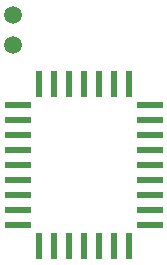
<source format=gbr>
G04 EAGLE Gerber RS-274X export*
G75*
%MOMM*%
%FSLAX34Y34*%
%LPD*%
%INSolderpaste Top*%
%IPPOS*%
%AMOC8*
5,1,8,0,0,1.08239X$1,22.5*%
G01*
%ADD10R,0.600000X2.200000*%
%ADD11R,2.200000X0.600000*%
%ADD12C,1.500000*%


D10*
X76200Y246100D03*
X63500Y246100D03*
X50800Y246100D03*
X38100Y246100D03*
D11*
X20600Y228600D03*
X20600Y215900D03*
X20600Y203200D03*
X20600Y190500D03*
X20600Y177800D03*
X20600Y165100D03*
X20600Y152400D03*
X20600Y139700D03*
X20600Y127000D03*
D10*
X38100Y109500D03*
X50800Y109500D03*
X63500Y109500D03*
X76200Y109500D03*
X88900Y109500D03*
X101600Y109500D03*
X114300Y109500D03*
D11*
X131800Y127000D03*
X131800Y139700D03*
X131800Y152400D03*
X131800Y165100D03*
X131800Y177800D03*
X131800Y190500D03*
X131800Y203200D03*
X131800Y215900D03*
X131800Y228600D03*
D10*
X114300Y246100D03*
X101600Y246100D03*
X88900Y246100D03*
D12*
X15875Y279400D03*
X15875Y304800D03*
M02*

</source>
